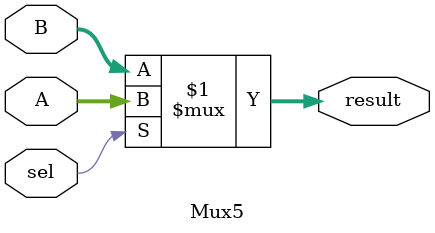
<source format=v>
module Mux5(
    input wire [4:0] A,
    input wire [4:0] B,
    input wire sel,
    output wire [4:0] result
);

    assign result = sel ? A : B;
endmodule
</source>
